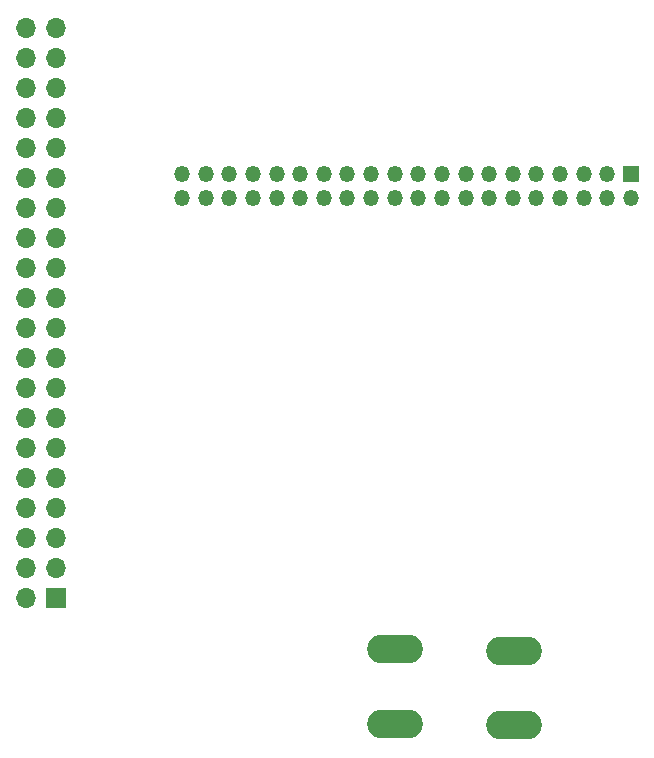
<source format=gbs>
G04 #@! TF.GenerationSoftware,KiCad,Pcbnew,8.0.2*
G04 #@! TF.CreationDate,2024-06-09T13:50:20+05:00*
G04 #@! TF.ProjectId,EDP Converter,45445020-436f-46e7-9665-727465722e6b,rev?*
G04 #@! TF.SameCoordinates,Original*
G04 #@! TF.FileFunction,Soldermask,Bot*
G04 #@! TF.FilePolarity,Negative*
%FSLAX46Y46*%
G04 Gerber Fmt 4.6, Leading zero omitted, Abs format (unit mm)*
G04 Created by KiCad (PCBNEW 8.0.2) date 2024-06-09 13:50:20*
%MOMM*%
%LPD*%
G01*
G04 APERTURE LIST*
%ADD10R,1.350000X1.350000*%
%ADD11O,1.350000X1.350000*%
%ADD12O,4.704000X2.454000*%
%ADD13R,1.700000X1.700000*%
%ADD14O,1.700000X1.700000*%
G04 APERTURE END LIST*
D10*
X148150000Y-89700000D03*
D11*
X148150000Y-91700000D03*
X146150000Y-89700000D03*
X146150000Y-91700000D03*
X144150000Y-89700000D03*
X144150000Y-91700000D03*
X142150000Y-89700000D03*
X142150000Y-91700000D03*
X140150000Y-89700000D03*
X140150000Y-91700000D03*
X138150000Y-89700000D03*
X138150000Y-91700000D03*
X136150000Y-89700000D03*
X136150000Y-91700000D03*
X134150000Y-89700000D03*
X134150000Y-91700000D03*
X132150000Y-89700000D03*
X132150000Y-91700000D03*
X130150000Y-89700000D03*
X130150000Y-91700000D03*
X128150000Y-89700000D03*
X128150000Y-91700000D03*
X126150000Y-89700000D03*
X126150000Y-91700000D03*
X124150000Y-89700000D03*
X124150000Y-91700000D03*
X122150000Y-89700000D03*
X122150000Y-91700000D03*
X120150000Y-89700000D03*
X120150000Y-91700000D03*
X118150000Y-89700000D03*
X118150000Y-91700000D03*
X116150000Y-89700000D03*
X116150000Y-91700000D03*
X114150000Y-89700000D03*
X114150000Y-91700000D03*
X112150000Y-89700000D03*
X112150000Y-91700000D03*
X110150000Y-89700000D03*
X110150000Y-91700000D03*
D12*
X128150000Y-129962500D03*
X128150000Y-136262500D03*
X138250000Y-130100000D03*
X138250000Y-136400000D03*
D13*
X99440000Y-125640000D03*
D14*
X96900000Y-125640000D03*
X99440000Y-123100000D03*
X96900000Y-123100000D03*
X99440000Y-120560000D03*
X96900000Y-120560000D03*
X99440000Y-118020000D03*
X96900000Y-118020000D03*
X99440000Y-115480000D03*
X96900000Y-115480000D03*
X99440000Y-112940000D03*
X96900000Y-112940000D03*
X99440000Y-110400000D03*
X96900000Y-110400000D03*
X99440000Y-107860000D03*
X96900000Y-107860000D03*
X99440000Y-105320000D03*
X96900000Y-105320000D03*
X99440000Y-102780000D03*
X96900000Y-102780000D03*
X99440000Y-100240000D03*
X96900000Y-100240000D03*
X99440000Y-97700000D03*
X96900000Y-97700000D03*
X99440000Y-95160000D03*
X96900000Y-95160000D03*
X99440000Y-92620000D03*
X96900000Y-92620000D03*
X99440000Y-90080000D03*
X96900000Y-90080000D03*
X99440000Y-87540000D03*
X96900000Y-87540000D03*
X99440000Y-85000000D03*
X96900000Y-85000000D03*
X99440000Y-82460000D03*
X96900000Y-82460000D03*
X99440000Y-79920000D03*
X96900000Y-79920000D03*
X99440000Y-77380000D03*
X96900000Y-77380000D03*
M02*

</source>
